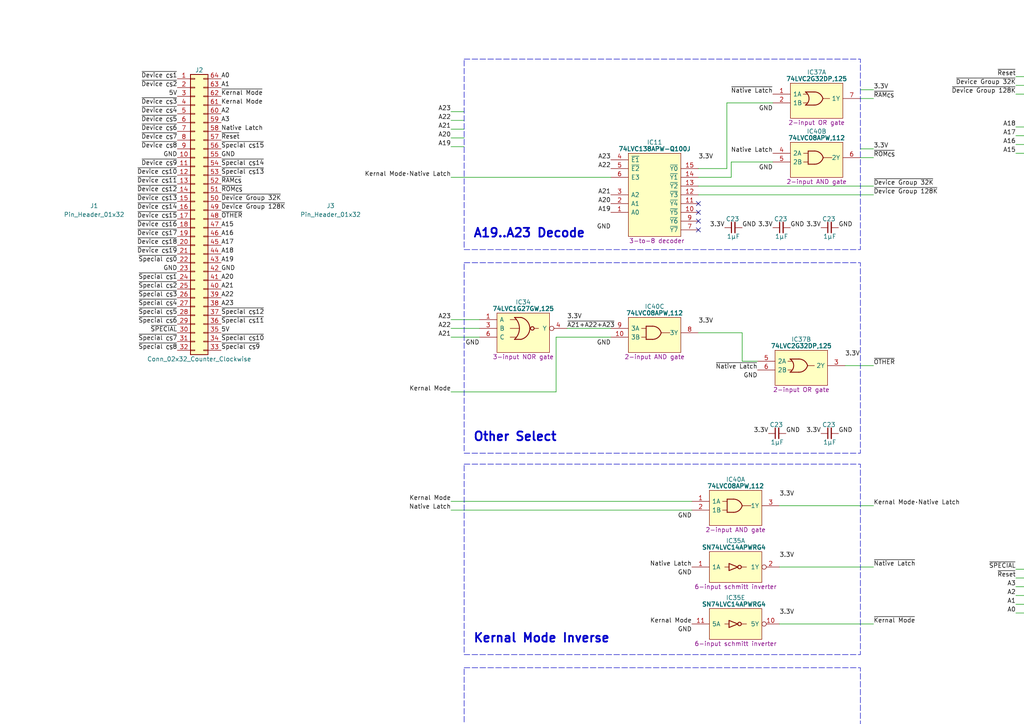
<source format=kicad_sch>
(kicad_sch (version 20230121) (generator eeschema)
  (paper "A4")
  (lib_symbols
    (symbol "Connector_Generic:Conn_02x32_Counter_Clockwise" (pin_names (offset 1.016) hide)
      (property "Reference" "J" (at 1.27 40.64 0))
      (property "Value" "Conn_02x32_Counter_Clockwise" (at 1.27 -43.18 0))
      (symbol "Conn_02x32_Counter_Clockwise_1_1"
        (pin passive line (at -5.08 38.1 0) (length 3.81) (name "Pin_1") (number "1"))
        (pin passive line (at -5.08 15.24 0) (length 3.81) (name "Pin_10") (number "10"))
        (pin passive line (at -5.08 12.7 0) (length 3.81) (name "Pin_11") (number "11"))
        (pin passive line (at -5.08 10.16 0) (length 3.81) (name "Pin_12") (number "12"))
        (pin passive line (at -5.08 7.62 0) (length 3.81) (name "Pin_13") (number "13"))
        (pin passive line (at -5.08 5.08 0) (length 3.81) (name "Pin_14") (number "14"))
        (pin passive line (at -5.08 2.54 0) (length 3.81) (name "Pin_15") (number "15"))
        (pin passive line (at -5.08 0 0) (length 3.81) (name "Pin_16") (number "16"))
        (pin passive line (at -5.08 -2.54 0) (length 3.81) (name "Pin_17") (number "17"))
        (pin passive line (at -5.08 -5.08 0) (length 3.81) (name "Pin_18") (number "18"))
        (pin passive line (at -5.08 -7.62 0) (length 3.81) (name "Pin_19") (number "19"))
        (pin passive line (at -5.08 35.56 0) (length 3.81) (name "Pin_2") (number "2"))
        (pin passive line (at -5.08 -10.16 0) (length 3.81) (name "Pin_20") (number "20"))
        (pin passive line (at -5.08 -12.7 0) (length 3.81) (name "Pin_21") (number "21"))
        (pin passive line (at -5.08 -15.24 0) (length 3.81) (name "Pin_22") (number "22"))
        (pin passive line (at -5.08 -17.78 0) (length 3.81) (name "Pin_23") (number "23"))
        (pin passive line (at -5.08 -20.32 0) (length 3.81) (name "Pin_24") (number "24"))
        (pin passive line (at -5.08 -22.86 0) (length 3.81) (name "Pin_25") (number "25"))
        (pin passive line (at -5.08 -25.4 0) (length 3.81) (name "Pin_26") (number "26"))
        (pin passive line (at -5.08 -27.94 0) (length 3.81) (name "Pin_27") (number "27"))
        (pin passive line (at -5.08 -30.48 0) (length 3.81) (name "Pin_28") (number "28"))
        (pin passive line (at -5.08 -33.02 0) (length 3.81) (name "Pin_29") (number "29"))
        (pin passive line (at -5.08 33.02 0) (length 3.81) (name "Pin_3") (number "3"))
        (pin passive line (at -5.08 -35.56 0) (length 3.81) (name "Pin_30") (number "30"))
        (pin passive line (at -5.08 -38.1 0) (length 3.81) (name "Pin_31") (number "31"))
        (pin passive line (at -5.08 -40.64 0) (length 3.81) (name "Pin_32") (number "32"))
        (pin passive line (at 7.62 -40.64 180) (length 3.81) (name "Pin_33") (number "33"))
        (pin passive line (at 7.62 -38.1 180) (length 3.81) (name "Pin_34") (number "34"))
        (pin passive line (at 7.62 -35.56 180) (length 3.81) (name "Pin_35") (number "35"))
        (pin passive line (at 7.62 -33.02 180) (length 3.81) (name "Pin_36") (number "36"))
        (pin passive line (at 7.62 -30.48 180) (length 3.81) (name "Pin_37") (number "37"))
        (pin passive line (at 7.62 -27.94 180) (length 3.81) (name "Pin_38") (number "38"))
        (pin passive line (at 7.62 -25.4 180) (length 3.81) (name "Pin_39") (number "39"))
        (pin passive line (at -5.08 30.48 0) (length 3.81) (name "Pin_4") (number "4"))
        (pin passive line (at 7.62 -22.86 180) (length 3.81) (name "Pin_40") (number "40"))
        (pin passive line (at 7.62 -20.32 180) (length 3.81) (name "Pin_41") (number "41"))
        (pin passive line (at 7.62 -17.78 180) (length 3.81) (name "Pin_42") (number "42"))
        (pin passive line (at 7.62 -15.24 180) (length 3.81) (name "Pin_43") (number "43"))
        (pin passive line (at 7.62 -12.7 180) (length 3.81) (name "Pin_44") (number "44"))
        (pin passive line (at 7.62 -10.16 180) (length 3.81) (name "Pin_45") (number "45"))
        (pin passive line (at 7.62 -7.62 180) (length 3.81) (name "Pin_46") (number "46"))
        (pin passive line (at 7.62 -5.08 180) (length 3.81) (name "Pin_47") (number "47"))
        (pin passive line (at 7.62 -2.54 180) (length 3.81) (name "Pin_48") (number "48"))
        (pin passive line (at 7.62 0 180) (length 3.81) (name "Pin_49") (number "49"))
        (pin passive line (at -5.08 27.94 0) (length 3.81) (name "Pin_5") (number "5"))
        (pin passive line (at 7.62 2.54 180) (length 3.81) (name "Pin_50") (number "50"))
        (pin passive line (at 7.62 5.08 180) (length 3.81) (name "Pin_51") (number "51"))
        (pin passive line (at 7.62 7.62 180) (length 3.81) (name "Pin_52") (number "52"))
        (pin passive line (at 7.62 10.16 180) (length 3.81) (name "Pin_53") (number "53"))
        (pin passive line (at 7.62 12.7 180) (length 3.81) (name "Pin_54") (number "54"))
        (pin passive line (at 7.62 15.24 180) (length 3.81) (name "Pin_55") (number "55"))
        (pin passive line (at 7.62 17.78 180) (length 3.81) (name "Pin_56") (number "56"))
        (pin passive line (at 7.62 20.32 180) (length 3.81) (name "Pin_57") (number "57"))
        (pin passive line (at 7.62 22.86 180) (length 3.81) (name "Pin_58") (number "58"))
        (pin passive line (at 7.62 25.4 180) (length 3.81) (name "Pin_59") (number "59"))
        (pin passive line (at -5.08 25.4 0) (length 3.81) (name "Pin_6") (number "6"))
        (pin passive line (at 7.62 27.94 180) (length 3.81) (name "Pin_60") (number "60"))
        (pin passive line (at 7.62 30.48 180) (length 3.81) (name "Pin_61") (number "61"))
        (pin passive line (at 7.62 33.02 180) (length 3.81) (name "Pin_62") (number "62"))
        (pin passive line (at 7.62 35.56 180) (length 3.81) (name "Pin_63") (number "63"))
        (pin passive line (at 7.62 38.1 180) (length 3.81) (name "Pin_64") (number "64"))
        (pin passive line (at -5.08 22.86 0) (length 3.81) (name "Pin_7") (number "7"))
        (pin passive line (at -5.08 20.32 0) (length 3.81) (name "Pin_8") (number "8"))
        (pin passive line (at -5.08 17.78 0) (length 3.81) (name "Pin_9") (number "9"))
      )
    )
    (symbol "Diodes_Inc:AP7365-33WG-7" (pin_names (offset 0.762))
      (property "Reference" "IC" (at 12.7 5.08 0))
      (property "Value" "AP7365-33WG-7" (at 12.7 3.175 0))
      (property "Description" "3.3V LDO voltage regulator" (at 12.7 -8.255 0))
      (symbol "AP7365-33WG-7_0_0"
        (pin passive line (at 0 0 0) (length 5.08) (name "VIN") (number "1"))
        (pin passive line (at 0 -5.08 0) (length 5.08) (name "GND") (number "2"))
        (pin input line (at 0 -2.54 0) (length 5.08) (name "EN") (number "3"))
        (pin passive line (at 25.4 -5.08 180) (length 5.08) (name "ADJ") (number "4"))
        (pin passive line (at 25.4 0 180) (length 5.08) (name "VOUT") (number "5"))
      )
    )
    (symbol "HCP65:C_0805" (pin_numbers hide) (pin_names (offset 0.254) hide)
      (property "Reference" "C" (at 2.286 2.54 0))
      (property "Value" "?μF" (at 2.54 -2.54 0))
      (symbol "C_0805_1_1"
        (pin passive line (at 0 0 0) (length 2.032) (name "~") (number "1"))
        (pin passive line (at 5.08 0 180) (length 2.032) (name "~") (number "2"))
      )
    )
    (symbol "HCP65:Pin_Header_01x32" (pin_names (offset 1.016) hide)
      (property "Reference" "J" (at 0 1.27 0))
      (property "Value" "Pin_Header_01x32" (at 0 -1.27 0))
    )
    (symbol "Nexperia:74LVC08APW,112_Multi" (pin_names (offset 0.762))
      (property "Reference" "IC" (at 12.7 6.35 0))
      (property "Value" "74LVC08APW,112" (at 12.7 4.445 0))
      (property "Description" "2-input AND gate" (at 12.7 -8.255 0))
      (symbol "74LVC08APW,112_Multi_0_0"
        (pin passive line (at 25.4 1.27 180) (length 5.08) hide (name "3V") (number "14"))
        (pin passive line (at 0 -5.08 0) (length 5.08) hide (name "GND") (number "7"))
      )
      (symbol "74LVC08APW,112_Multi_1_0"
        (pin input line (at 0 0 0) (length 5.08) (name "1A") (number "1"))
        (pin input line (at 0 -2.54 0) (length 5.08) (name "1B") (number "2"))
        (pin passive line (at 25.4 -1.27 180) (length 5.08) (name "1Y") (number "3"))
      )
      (symbol "74LVC08APW,112_Multi_2_0"
        (pin input line (at 0 0 0) (length 5.08) (name "2A") (number "4"))
        (pin input line (at 0 -2.54 0) (length 5.08) (name "2B") (number "5"))
        (pin output line (at 25.4 -1.27 180) (length 5.08) (name "2Y") (number "6"))
      )
      (symbol "74LVC08APW,112_Multi_3_0"
        (pin input line (at 0 -2.54 0) (length 5.08) (name "3B") (number "10"))
        (pin output line (at 25.4 -1.27 180) (length 5.08) (name "3Y") (number "8"))
        (pin input line (at 0 0 0) (length 5.08) (name "3A") (number "9"))
      )
      (symbol "74LVC08APW,112_Multi_4_0"
        (pin output line (at 25.4 -1.27 180) (length 5.08) (name "4Y") (number "11"))
        (pin input line (at 0 0 0) (length 5.08) (name "4A") (number "12"))
        (pin input line (at 0 -2.54 0) (length 5.08) (name "4B") (number "13"))
      )
    )
    (symbol "Nexperia:74LVC138APW-Q100J" (pin_names (offset 0.762))
      (property "Reference" "IC" (at 12.7 3.175 0))
      (property "Value" "74LVC138APW-Q100J" (at 12.7 1.27 0))
      (property "Description" "3-to-8 decoder" (at 13.335 -25.4 0))
      (symbol "74LVC138APW-Q100J_0_0"
        (pin input line (at 0 -17.145 0) (length 5.08) (name "A0") (number "1"))
        (pin output line (at 25.4 -17.145 180) (length 5.08) (name "~{Y5}") (number "10"))
        (pin output line (at 25.4 -14.605 180) (length 5.08) (name "~{Y4}") (number "11"))
        (pin output line (at 25.4 -12.065 180) (length 5.08) (name "~{Y3}") (number "12"))
        (pin output line (at 25.4 -9.525 180) (length 5.08) (name "~{Y2}") (number "13"))
        (pin output line (at 25.4 -6.985 180) (length 5.08) (name "~{Y1}") (number "14"))
        (pin output line (at 25.4 -4.445 180) (length 5.08) (name "~{Y0}") (number "15"))
        (pin passive line (at 25.4 -1.905 180) (length 5.08) hide (name "3V") (number "16"))
        (pin input line (at 0 -14.605 0) (length 5.08) (name "A1") (number "2"))
        (pin input line (at 0 -12.065 0) (length 5.08) (name "A2") (number "3"))
        (pin input line (at 0 -1.905 0) (length 5.08) (name "~{E1}") (number "4"))
        (pin input line (at 0 -4.445 0) (length 5.08) (name "~{E2}") (number "5"))
        (pin input line (at 0 -6.985 0) (length 5.08) (name "E3") (number "6"))
        (pin output line (at 25.4 -22.225 180) (length 5.08) (name "~{Y7}") (number "7"))
        (pin passive line (at 0 -22.225 0) (length 5.08) hide (name "GND") (number "8"))
        (pin output line (at 25.4 -19.685 180) (length 5.08) (name "~{Y6}") (number "9"))
      )
    )
    (symbol "Nexperia:74LVC1G27GW,125" (pin_names (offset 0.762))
      (property "Reference" "IC" (at 12.7 5.08 0))
      (property "Value" "74LVC1G27GW,125" (at 12.7 3.175 0))
      (property "Description" "3-input NOR gate" (at 12.7 -10.795 0))
      (symbol "74LVC1G27GW,125_0_0"
        (pin input line (at 0 0 0) (length 5.08) (name "A") (number "1"))
        (pin passive line (at 0 -7.62 0) (length 5.08) hide (name "GND") (number "2"))
        (pin input line (at 0 -2.54 0) (length 5.08) (name "B") (number "3"))
        (pin passive line (at 25.4 0 180) (length 5.08) hide (name "3V") (number "5"))
        (pin input line (at 0 -5.08 0) (length 5.08) (name "C") (number "6"))
      )
      (symbol "74LVC1G27GW,125_1_0"
        (pin output inverted (at 25.4 -2.54 180) (length 5.08) (name "Y") (number "4"))
      )
    )
    (symbol "Nexperia:74LVC2G32DP,125_Multi" (pin_names (offset 0.762))
      (property "Reference" "IC" (at 12.7 6.35 0))
      (property "Value" "74LVC2G32DP,125" (at 12.7 4.445 0))
      (property "Description" "2-input OR gate" (at 12.7 -8.255 0))
      (symbol "74LVC2G32DP,125_Multi_0_0"
        (pin passive line (at 0 -5.08 0) (length 5.08) hide (name "GND") (number "4"))
        (pin passive line (at 25.4 1.27 180) (length 5.08) hide (name "VCC") (number "8"))
      )
      (symbol "74LVC2G32DP,125_Multi_1_0"
        (pin input line (at 0 0 0) (length 5.08) (name "1A") (number "1"))
        (pin input line (at 0 -2.54 0) (length 5.08) (name "1B") (number "2"))
        (pin output line (at 25.4 -1.27 180) (length 5.08) (name "1Y") (number "7"))
      )
      (symbol "74LVC2G32DP,125_Multi_2_0"
        (pin output line (at 25.4 -1.27 180) (length 5.08) (name "2Y") (number "3"))
        (pin input line (at 0 0 0) (length 5.08) (name "2A") (number "5"))
        (pin input line (at 0 -2.54 0) (length 5.08) (name "2B") (number "6"))
      )
    )
    (symbol "Texas_Instruments:SN74LVC14APWRG4 _Multi" (pin_names (offset 0.762))
      (property "Reference" "IC" (at 12.7 7.62 0))
      (property "Value" "SN74LVC14APWRG4 " (at 12.7 5.715 0))
      (property "Description" "6-input schmitt inverter" (at 12.7 -5.715 0))
      (symbol "SN74LVC14APWRG4 _Multi_0_0"
        (pin passive line (at 25.4 2.54 180) (length 5.08) hide (name "3V") (number "14"))
        (pin passive line (at 0 -2.54 0) (length 5.08) hide (name "GND") (number "7"))
      )
      (symbol "SN74LVC14APWRG4 _Multi_1_0"
        (pin input line (at 0 0 0) (length 5.08) (name "1A") (number "1"))
        (pin output inverted (at 25.4 0 180) (length 5.08) (name "1Y") (number "2"))
      )
      (symbol "SN74LVC14APWRG4 _Multi_2_0"
        (pin input line (at 0 0 0) (length 5.08) (name "2A") (number "3"))
        (pin output inverted (at 25.4 0 180) (length 5.08) (name "2Y") (number "4"))
      )
      (symbol "SN74LVC14APWRG4 _Multi_3_0"
        (pin input line (at 0 0 0) (length 5.08) (name "3A") (number "5"))
        (pin output inverted (at 25.4 0 180) (length 5.08) (name "3Y") (number "6"))
      )
      (symbol "SN74LVC14APWRG4 _Multi_4_0"
        (pin output inverted (at 25.4 0 180) (length 5.08) (name "4Y") (number "8"))
        (pin input line (at 0 0 0) (length 5.08) (name "4A") (number "9"))
      )
      (symbol "SN74LVC14APWRG4 _Multi_5_0"
        (pin output inverted (at 25.4 0 180) (length 5.08) (name "5Y") (number "10"))
        (pin input line (at 0 0 0) (length 5.08) (name "5A") (number "11"))
      )
      (symbol "SN74LVC14APWRG4 _Multi_6_0"
        (pin output inverted (at 25.4 0 180) (length 5.08) (name "6Y") (number "12"))
        (pin input line (at 0 0 0) (length 5.08) (name "6A") (number "13"))
      )
    )
  )
  (junction (at 210.185 217.17))
  (junction (at 180.975 217.17))
  (no_connect (at 202.565 61.595))
  (no_connect (at 202.565 66.675))
  (no_connect (at 298.45 170.18))
  (no_connect (at 532.13 52.07))
  (no_connect (at 206.375 222.25))
  (no_connect (at 387.35 106.68))
  (no_connect (at 494.665 35.56))
  (no_connect (at 387.35 111.76))
  (no_connect (at 387.35 109.22))
  (no_connect (at 202.565 64.135))
  (no_connect (at 387.35 114.3))
  (no_connect (at 202.565 59.055))
  (no_connect (at 532.13 36.195))
  (wire (pts (xy 253.365 106.045) (xy 245.11 106.045)))
  (wire (pts (xy 417.195 46.99) (xy 387.35 46.99)))
  (wire (pts (xy 210.82 29.845) (xy 210.82 48.895)))
  (wire (pts (xy 417.195 177.8) (xy 386.715 177.8)))
  (wire (pts (xy 294.64 172.72) (xy 361.315 172.72)))
  (wire (pts (xy 337.185 64.135) (xy 361.95 64.135)))
  (wire (pts (xy 253.365 146.685) (xy 226.06 146.685)))
  (wire (pts (xy 210.82 48.895) (xy 202.565 48.895)))
  (wire (pts (xy 417.195 71.755) (xy 387.35 71.755)))
  (wire (pts (xy 294.64 24.765) (xy 298.45 24.765)))
  (wire (pts (xy 417.195 208.28) (xy 386.715 208.28)))
  (wire (pts (xy 417.195 49.53) (xy 387.35 49.53)))
  (wire (pts (xy 215.265 104.775) (xy 219.71 104.775)))
  (wire (pts (xy 215.265 96.52) (xy 215.265 104.775)))
  (wire (pts (xy 253.365 26.035) (xy 249.555 26.035)))
  (wire (pts (xy 417.195 76.835) (xy 387.35 76.835)))
  (wire (pts (xy 417.195 96.52) (xy 387.35 96.52)))
  (wire (pts (xy 212.09 51.435) (xy 212.09 46.99)))
  (wire (pts (xy 130.81 40.005) (xy 134.62 40.005)))
  (wire (pts (xy 417.195 167.64) (xy 386.715 167.64)))
  (wire (pts (xy 417.195 203.2) (xy 386.715 203.2)))
  (wire (pts (xy 210.185 217.17) (xy 215.265 217.17)))
  (wire (pts (xy 417.195 182.88) (xy 386.715 182.88)))
  (wire (pts (xy 417.195 79.375) (xy 387.35 79.375)))
  (wire (pts (xy 253.365 28.575) (xy 249.555 28.575)))
  (wire (pts (xy 417.195 36.83) (xy 387.35 36.83)))
  (wire (pts (xy 336.55 198.12) (xy 361.315 198.12)))
  (wire (pts (xy 226.06 180.975) (xy 253.365 180.975)))
  (wire (pts (xy 294.64 44.45) (xy 361.95 44.45)))
  (wire (pts (xy 417.195 205.74) (xy 386.715 205.74)))
  (wire (pts (xy 417.195 175.26) (xy 386.715 175.26)))
  (wire (pts (xy 332.74 165.1) (xy 332.74 162.56)))
  (wire (pts (xy 294.64 36.83) (xy 298.45 36.83)))
  (wire (pts (xy 212.09 46.99) (xy 224.155 46.99)))
  (wire (pts (xy 294.64 165.1) (xy 332.74 165.1)))
  (wire (pts (xy 294.64 22.225) (xy 298.45 22.225)))
  (wire (pts (xy 417.195 213.36) (xy 386.715 213.36)))
  (wire (pts (xy 130.81 113.665) (xy 161.29 113.665)))
  (wire (pts (xy 417.195 74.295) (xy 387.35 74.295)))
  (wire (pts (xy 294.64 167.64) (xy 361.315 167.64)))
  (wire (pts (xy 294.64 41.91) (xy 361.95 41.91)))
  (wire (pts (xy 417.195 44.45) (xy 387.35 44.45)))
  (wire (pts (xy 253.365 56.515) (xy 202.565 56.515)))
  (wire (pts (xy 210.185 222.25) (xy 210.185 217.17)))
  (wire (pts (xy 417.195 41.91) (xy 387.35 41.91)))
  (wire (pts (xy 253.365 53.975) (xy 202.565 53.975)))
  (wire (pts (xy 130.81 42.545) (xy 134.62 42.545)))
  (wire (pts (xy 417.195 215.9) (xy 386.715 215.9)))
  (wire (pts (xy 130.81 95.25) (xy 139.065 95.25)))
  (wire (pts (xy 130.81 97.79) (xy 139.065 97.79)))
  (wire (pts (xy 294.64 177.8) (xy 361.315 177.8)))
  (wire (pts (xy 417.195 210.82) (xy 386.715 210.82)))
  (wire (pts (xy 294.64 170.18) (xy 298.45 170.18)))
  (wire (pts (xy 130.81 34.925) (xy 134.62 34.925)))
  (wire (pts (xy 130.81 37.465) (xy 134.62 37.465)))
  (wire (pts (xy 164.465 95.25) (xy 177.165 95.25)))
  (wire (pts (xy 130.81 145.415) (xy 200.66 145.415)))
  (wire (pts (xy 417.195 198.12) (xy 386.715 198.12)))
  (wire (pts (xy 332.74 162.56) (xy 361.315 162.56)))
  (wire (pts (xy 417.195 200.66) (xy 386.715 200.66)))
  (wire (pts (xy 417.195 64.135) (xy 387.35 64.135)))
  (wire (pts (xy 130.81 32.385) (xy 134.62 32.385)))
  (wire (pts (xy 417.195 31.75) (xy 387.35 31.75)))
  (wire (pts (xy 417.195 104.14) (xy 387.35 104.14)))
  (wire (pts (xy 161.29 113.665) (xy 161.29 97.79)))
  (wire (pts (xy 417.195 39.37) (xy 387.35 39.37)))
  (wire (pts (xy 294.64 27.305) (xy 298.45 27.305)))
  (wire (pts (xy 253.365 43.18) (xy 249.555 43.18)))
  (wire (pts (xy 224.155 29.845) (xy 210.82 29.845)))
  (wire (pts (xy 130.81 147.955) (xy 200.66 147.955)))
  (wire (pts (xy 165.735 217.17) (xy 165.735 222.25)))
  (wire (pts (xy 180.975 217.17) (xy 180.975 219.71)))
  (wire (pts (xy 417.195 66.675) (xy 387.35 66.675)))
  (wire (pts (xy 206.375 217.17) (xy 210.185 217.17)))
  (wire (pts (xy 417.195 172.72) (xy 386.715 172.72)))
  (wire (pts (xy 165.735 217.17) (xy 180.975 217.17)))
  (wire (pts (xy 417.195 81.915) (xy 387.35 81.915)))
  (wire (pts (xy 417.195 34.29) (xy 387.35 34.29)))
  (wire (pts (xy 130.81 92.71) (xy 139.065 92.71)))
  (wire (pts (xy 202.565 51.435) (xy 212.09 51.435)))
  (wire (pts (xy 417.195 180.34) (xy 386.715 180.34)))
  (wire (pts (xy 253.365 45.72) (xy 249.555 45.72)))
  (wire (pts (xy 417.195 101.6) (xy 387.35 101.6)))
  (wire (pts (xy 161.29 97.79) (xy 177.165 97.79)))
  (wire (pts (xy 165.735 222.25) (xy 167.005 222.25)))
  (wire (pts (xy 226.06 164.465) (xy 253.365 164.465)))
  (wire (pts (xy 417.195 165.1) (xy 386.715 165.1)))
  (wire (pts (xy 417.195 69.215) (xy 387.35 69.215)))
  (wire (pts (xy 294.64 39.37) (xy 361.95 39.37)))
  (wire (pts (xy 417.195 99.06) (xy 387.35 99.06)))
  (wire (pts (xy 130.81 51.435) (xy 177.165 51.435)))
  (wire (pts (xy 202.565 96.52) (xy 215.265 96.52)))
  (wire (pts (xy 294.64 175.26) (xy 361.315 175.26)))
  (wire (pts (xy 417.195 170.18) (xy 386.715 170.18)))
  (rectangle (start 134.62 76.2) (end 249.555 131.445) (stroke (width 0) (type dash)))
  (rectangle (start 459.105 17.145) (end 574.04 72.39) (stroke (width 0) (type dash)))
  (rectangle (start 134.62 134.62) (end 249.555 189.865) (stroke (width 0) (type dash)))
  (rectangle (start 298.45 134.62) (end 413.385 248.92) (stroke (width 0) (type dash)))
  (rectangle (start 134.62 17.145) (end 249.555 72.39) (stroke (width 0) (type dash)))
  (rectangle (start 298.45 17.145) (end 413.385 131.445) (stroke (width 0) (type dash)))
  (rectangle (start 134.62 193.675) (end 249.555 248.92) (stroke (width 0) (type dash)))
  (text "Spares" (at 461.645 69.215 0) (effects (font (size 2.54 2.54) (thickness 0.508) bold) (justify left bottom)))
  (text "A19..A23 Decode" (at 137.16 69.215 0) (effects (font (size 2.54 2.54) (thickness 0.508) bold) (justify left bottom)))
  (text "Device Select" (at 300.355 130.175 0) (effects (font (size 2.54 2.54) (thickness 0.508) bold) (justify left bottom)))
  (text "Special Address Select" (at 300.355 247.65 0) (effects (font (size 2.54 2.54) (thickness 0.508) bold) (justify left bottom)))
  (text "Kernal Mode Inverse" (at 137.16 186.69 0) (effects (font (size 2.54 2.54) (thickness 0.508) bold) (justify left bottom)))
  (text "Power" (at 137.16 245.745 0) (effects (font (size 2.54 2.54) (thickness 0.508) bold) (justify left bottom)))
  (text "Other Select" (at 137.16 128.27 0) (effects (font (size 2.54 2.54) (thickness 0.508) bold) (justify left bottom)))
  (label "A15" (at 361.95 76.835 180))
  (label "~{Device _{CS}17}" (at 51.435 68.58 180))
  (label "GND" (at 177.165 66.675 180))
  (label "~{Device _{CS}10}" (at 417.195 69.215 0))
  (label "3.3V" (at 532.13 49.53 0))
  (label "A1" (at 64.135 25.4 0))
  (label "~{Device Group 128K}" (at 64.135 60.96 0))
  (label "~{Special _{CS}1}" (at 51.435 81.28 180))
  (label "~{Special _{CS}15}" (at 64.135 43.18 0))
  (label "3.3V" (at 238.125 125.73 180))
  (label "~{Special _{CS}9}" (at 417.195 200.66 0))
  (label "3.3V" (at 164.465 92.71 0))
  (label "3.3V" (at 386.715 162.56 0))
  (label "~{Device Group 32K}" (at 361.95 29.21 180))
  (label "~{ROM_{CS}}" (at 64.135 55.88 0))
  (label "~{Special _{CS}8}" (at 51.435 101.6 180))
  (label "GND" (at 506.73 53.34 180))
  (label "GND" (at 215.265 66.04 0))
  (label "~{Special _{CS}5}" (at 51.435 91.44 180))
  (label "GND" (at 506.73 36.195 180))
  (label "GND" (at 390.525 125.73 0))
  (label "A20" (at 130.81 40.005 180))
  (label "~{Device _{CS}9}" (at 51.435 48.26 180))
  (label "~{Device _{CS}4}" (at 417.195 41.91 0))
  (label "GND" (at 219.71 109.855 180))
  (label "3.3V" (at 202.565 93.98 0))
  (label "GND" (at 180.975 222.25 180))
  (label "A17" (at 294.64 39.37 180))
  (label "3.3V" (at 224.155 66.04 180))
  (label "~{Special _{CS}0}" (at 417.195 165.1 0))
  (label "GND" (at 361.315 215.9 180))
  (label "3.3V" (at 401.955 243.205 180))
  (label "GND" (at 361.95 49.53 180))
  (label "~{Device Group 32K}" (at 361.95 61.595 180))
  (label "~{Device _{CS}14}" (at 417.195 79.375 0))
  (label "~{SPECIAL}" (at 417.195 31.75 0))
  (label "Kernal Mode" (at 130.81 113.665 180))
  (label "~{RAM_{CS}}" (at 64.135 53.34 0))
  (label "3.3V" (at 494.665 33.02 0))
  (label "A22" (at 130.81 95.25 180))
  (label "~{Device _{CS}9}" (at 417.195 66.675 0))
  (label "3.3V" (at 387.35 93.98 0))
  (label "~{Device Group 128K}" (at 294.64 27.305 180))
  (label "~{Device _{CS}12}" (at 417.195 74.295 0))
  (label "~{Special _{CS}3}" (at 417.195 172.72 0))
  (label "~{Device _{CS}7}" (at 51.435 40.64 180))
  (label "A22" (at 64.135 86.36 0))
  (label "GND" (at 200.66 167.005 180))
  (label "GND" (at 215.265 222.25 0))
  (label "~{Device _{CS}3}" (at 51.435 30.48 180))
  (label "A18" (at 361.95 106.68 180))
  (label "~{Special _{CS}3}" (at 51.435 86.36 180))
  (label "~{Device _{CS}1}" (at 51.435 22.86 180))
  (label "~{Special _{CS}6}" (at 51.435 93.98 180))
  (label "GND" (at 224.155 49.53 180))
  (label "~{Device _{CS}19}" (at 417.195 104.14 0))
  (label "~{Special _{CS}13}" (at 417.195 210.82 0))
  (label "~{Special _{CS}2}" (at 417.195 170.18 0))
  (label "3.3V" (at 253.365 26.035 0))
  (label "Kernal Mode·Native Latch" (at 253.365 146.685 0))
  (label "A17" (at 64.135 71.12 0))
  (label "Native Latch" (at 130.81 147.955 180))
  (label "~{Device _{CS}2}" (at 417.195 36.83 0))
  (label "~{Device Group 128K}" (at 253.365 56.515 0))
  (label "~{Special _{CS}6}" (at 417.195 180.34 0))
  (label "A3" (at 294.64 170.18 180))
  (label "~{Reset}" (at 361.95 99.06 180))
  (label "3.3V" (at 253.365 43.18 0))
  (label "A18" (at 361.95 31.75 180))
  (label "A16" (at 294.64 41.91 180))
  (label "~{SPECIAL}" (at 294.64 165.1 180))
  (label "GND" (at 139.065 100.33 180))
  (label "A23" (at 177.165 46.355 180))
  (label "Kernal Mode" (at 130.81 145.415 180))
  (label "~{Special _{CS}11}" (at 64.135 93.98 0))
  (label "~{Special _{CS}0}" (at 51.435 76.2 180))
  (label "GND" (at 229.235 66.04 0))
  (label "~{Device _{CS}15}" (at 51.435 63.5 180))
  (label "~{Reset}" (at 311.785 64.135 180))
  (label "~{Device _{CS}13}" (at 51.435 58.42 180))
  (label "~{Special _{CS}2}" (at 51.435 83.82 180))
  (label "~{Special _{CS}5}" (at 417.195 177.8 0))
  (label "Native Latch" (at 200.66 164.465 180))
  (label "A21" (at 64.135 83.82 0))
  (label "GND" (at 311.785 66.675 180))
  (label "3.3V" (at 226.06 178.435 0))
  (label "Native Latch" (at 224.155 44.45 180))
  (label "Kernal Mode" (at 200.66 180.975 180))
  (label "A16" (at 64.135 68.58 0))
  (label "GND" (at 361.95 81.915 180))
  (label "A18" (at 64.135 73.66 0))
  (label "A22" (at 177.165 48.895 180))
  (label "GND" (at 243.205 125.73 0))
  (label "3.3V" (at 226.06 161.925 0))
  (label "~{Reset}" (at 294.64 22.225 180))
  (label "~{Reset}" (at 64.135 40.64 0))
  (label "A19" (at 64.135 76.2 0))
  (label "~{Native Latch}" (at 253.365 164.465 0))
  (label "GND" (at 361.95 114.3 180))
  (label "~{Special _{CS}7}" (at 417.195 182.88 0))
  (label "3.3V" (at 215.265 217.17 0))
  (label "A15" (at 294.64 44.45 180))
  (label "~{Special _{CS}1}" (at 417.195 167.64 0))
  (label "A19" (at 130.81 42.545 180))
  (label "~{Reset}" (at 294.64 167.64 180))
  (label "GND" (at 64.135 78.74 0))
  (label "~{Special _{CS}10}" (at 64.135 99.06 0))
  (label "~{Device _{CS}16}" (at 417.195 96.52 0))
  (label "A17" (at 361.95 71.755 180))
  (label "A23" (at 64.135 88.9 0))
  (label "~{Special _{CS}4}" (at 51.435 88.9 180))
  (label "A2" (at 294.64 172.72 180))
  (label "~{A21+A22+A23}" (at 164.465 95.25 0))
  (label "~{Device Group 32K}" (at 294.64 24.765 180))
  (label "~{RAM_{CS}}" (at 253.365 28.575 0))
  (label "~{Special _{CS}14}" (at 64.135 48.26 0))
  (label "~{Device _{CS}5}" (at 417.195 44.45 0))
  (label "~{OTHER}" (at 64.135 63.5 0))
  (label "~{Device Group 128K}" (at 361.95 93.98 180))
  (label "3.3V" (at 337.185 61.595 0))
  (label "~{Device _{CS}1}" (at 417.195 34.29 0))
  (label "A19" (at 177.165 61.595 180))
  (label "3.3V" (at 202.565 46.355 0))
  (label "3.3V" (at 336.55 195.58 0))
  (label "~{SPECIAL}" (at 361.315 195.58 180))
  (label "~{Device _{CS}19}" (at 51.435 73.66 180))
  (label "A3" (at 64.135 35.56 0))
  (label "Kernal Mode·Native Latch" (at 130.81 51.435 180))
  (label "A18" (at 361.95 66.675 180))
  (label "3.3V" (at 226.06 144.145 0))
  (label "A18" (at 294.64 36.83 180))
  (label "~{Device _{CS}3}" (at 417.195 39.37 0))
  (label "~{Reset}" (at 361.315 200.66 180))
  (label "A3" (at 311.15 198.12 180))
  (label "A17" (at 361.95 109.22 180))
  (label "~{Special _{CS}7}" (at 51.435 99.06 180))
  (label "~{Device _{CS}11}" (at 417.195 71.755 0))
  (label "~{Device _{CS}8}" (at 51.435 43.18 180))
  (label "GND" (at 506.73 55.88 180))
  (label "A2" (at 64.135 33.02 0))
  (label "~{Reset}" (at 361.95 34.29 180))
  (label "~{Device _{CS}18}" (at 417.195 101.6 0))
  (label "~{Device _{CS}17}" (at 417.195 99.06 0))
  (label "A3" (at 361.315 165.1 180))
  (label "~{Native Latch}" (at 219.71 107.315 180))
  (label "~{OTHER}" (at 253.365 106.045 0))
  (label "3.3V" (at 385.445 125.73 180))
  (label "~{Device _{CS}7}" (at 417.195 49.53 0))
  (label "GND" (at 51.435 45.72 180))
  (label "GND" (at 172.085 222.25 0))
  (label "GND" (at 227.965 125.73 0))
  (label "5V" (at 51.435 27.94 180))
  (label "GND" (at 64.135 45.72 0))
  (label "~{Device _{CS}10}" (at 51.435 50.8 180))
  (label "~{Device _{CS}14}" (at 51.435 60.96 180))
  (label "GND" (at 391.795 243.205 0))
  (label "3.3V" (at 245.11 103.505 0))
  (label "3.3V" (at 210.185 66.04 180))
  (label "A16" (at 361.95 74.295 180))
  (label "GND" (at 224.155 32.385 180))
  (label "3.3V" (at 238.125 66.04 180))
  (label "3.3V" (at 387.35 61.595 0))
  (label "A21" (at 130.81 37.465 180))
  (label "GND" (at 506.73 38.735 180))
  (label "GND" (at 51.435 78.74 180))
  (label "5V" (at 64.135 96.52 0))
  (label "~{Device _{CS}2}" (at 51.435 25.4 180))
  (label "~{Device _{CS}4}" (at 51.435 33.02 180))
  (label "GND" (at 469.265 38.1 180))
  (label "A20" (at 177.165 59.055 180))
  (label "GND" (at 177.165 100.33 180))
  (label "GND" (at 506.73 50.8 180))
  (label "~{Device _{CS}18}" (at 51.435 71.12 180))
  (label "~{Special _{CS}13}" (at 64.135 50.8 0))
  (label "~{Kernal Mode}" (at 253.365 180.975 0))
  (label "~{Device _{CS}8}" (at 417.195 64.135 0))
  (label "A15" (at 64.135 66.04 0))
  (label "~{Special _{CS}11}" (at 417.195 205.74 0))
  (label "~{Special _{CS}15}" (at 417.195 215.9 0))
  (label "3.3V" (at 222.885 125.73 180))
  (label "5V" (at 165.735 217.17 180))
  (label "A0" (at 361.315 210.82 180))
  (label "~{Device Group 32K}" (at 253.365 53.975 0))
  (label "GND" (at 361.315 182.88 180))
  (label "A23" (at 130.81 32.385 180))
  (label "~{Device _{CS}12}" (at 51.435 55.88 180))
  (label "~{Native Latch}" (at 224.155 27.305 180))
  (label "~{ROM_{CS}}" (at 253.365 45.72 0))
  (label "~{Device Group 32K}" (at 64.135 58.42 0))
  (label "A1" (at 294.64 175.26 180))
  (label "~{Kernal Mode}" (at 64.135 27.94 0))
  (label "~{SPECIAL}" (at 51.435 96.52 180))
  (label "~{Special _{CS}4}" (at 417.195 175.26 0))
  (label "~{Device _{CS}11}" (at 51.435 53.34 180))
  (label "GND" (at 361.95 96.52 180))
  (label "~{Special _{CS}10}" (at 417.195 203.2 0))
  (label "3.3V" (at 369.57 125.73 180))
  (label "~{Special _{CS}8}" (at 417.195 198.12 0))
  (label "~{Special _{CS}9}" (at 64.135 101.6 0))
  (label "~{Special _{CS}14}" (at 417.195 213.36 0))
  (label "Kernal Mode" (at 64.135 30.48 0))
  (label "A21" (at 130.81 97.79 180))
  (label "3.3V" (at 386.715 195.58 0))
  (label "3.3V" (at 401.32 125.73 180))
  (label "A2" (at 361.315 205.74 180))
  (label "A0" (at 64.135 22.86 0))
  (label "GND" (at 361.95 104.14 180))
  (label "~{Device _{CS}15}" (at 417.195 81.915 0))
  (label "3.3V" (at 532.13 33.655 0))
  (label "~{Device _{CS}5}" (at 51.435 35.56 180))
  (label "Native Latch" (at 64.135 38.1 0))
  (label "GND" (at 200.66 150.495 180))
  (label "~{Device _{CS}13}" (at 417.195 76.835 0))
  (label "~{Device _{CS}6}" (at 51.435 38.1 180))
  (label "A0" (at 294.64 177.8 180))
  (label "A1" (at 361.315 208.28 180))
  (label "~{Special _{CS}12}" (at 64.135 91.44 0))
  (label "GND" (at 469.265 35.56 180))
  (label "A22" (at 130.81 34.925 180))
  (label "A23" (at 130.81 92.71 180))
  (label "~{Device _{CS}6}" (at 417.195 46.99 0))
  (label "~{Special _{CS}12}" (at 417.195 208.28 0))
  (label "A20" (at 64.135 81.28 0))
  (label "GND" (at 311.15 200.66 180))
  (label "A21" (at 177.165 56.515 180))
  (label "GND" (at 243.205 66.04 0))
  (label "GND" (at 200.66 183.515 180))
  (label "~{Device _{CS}16}" (at 51.435 66.04 180))
  (label "3.3V" (at 386.715 243.205 180))
  (label "GND" (at 374.65 125.73 0))
  (label "GND" (at 407.035 243.205 0))
  (label "GND" (at 406.4 125.73 0))
  (label "3.3V" (at 387.35 29.21 0))
  (symbol (lib_id "HCP65:C_0805") (at 369.57 125.73 0) (unit 1)
    (property "Reference" "C23" (at 371.856 123.19 0))
    (property "Value" "1μF" (at 372.11 128.27 0))
    (property "Footprint" "SamacSys_Parts:C_0805" (effects hide))
    (instances (project "Pico Sound" (path "" (reference "C23") (unit 1))) (project "HCP65 MPU Address Decode" (path "" (reference "C1") (unit 1)) (path "" (reference "C36") (unit 1))))
  )
  (symbol (lib_id "Texas_Instruments:SN74LVC14APWRG4 _Multi") (at 200.66 180.975 0) (unit 5)
    (property "Reference" "IC35" (at 213.36 173.355 0))
    (property "Value" "SN74LVC14APWRG4 " (at 213.36 175.26 0) (effects (font bold)))
    (property "Footprint" "SOP65P640X110-14N" (effects hide))
    (property "Datasheet" "https://www.ti.com/lit/ds/symlink/sn54lvc14a-sp.pdf?HQS=dis-mous-null-mousermode-dsf-pf-null-wwe&ts=1698388139196&ref_url=https%253A%252F%252Fwww.mouser.de%252F" (effects hide))
    (property "Description" "6-input schmitt inverter" (at 213.36 186.69 0))
    (property "Height" "1.1" (effects hide))
    (property "Manufacturer_Name" "Nexperia" (effects hide))
    (property "Manufacturer_Part_Number" "SN74LVC14APWRG4 " (effects hide))
    (property "Mouser Part Number" "SN74LVC14APWRG4 " (effects hide))
    (property "Mouser Price/Stock" "https://www.mouser.co.uk/ProductDetail/Nexperia/74LVC04APW118?qs=me8TqzrmIYUA5zXidd9%2F4g%3D%3D" (effects hide))
    (property "Silkscreen" "74LVC14" (effects hide))
  )
  (symbol (lib_id "HCP65:C_0805") (at 210.185 66.04 0) (unit 1)
    (property "Reference" "C23" (at 212.471 63.5 0))
    (property "Value" "1μF" (at 212.725 68.58 0))
    (property "Footprint" "SamacSys_Parts:C_0805" (effects hide))
    (instances (project "Pico Sound" (path "" (reference "C23") (unit 1))) (project "HCP65 MPU Address Decode" (path "" (reference "C1") (unit 1)) (path "" (reference "C31") (unit 1))))
  )
  (symbol (lib_id "Nexperia:74LVC08APW,112_Multi") (at 506.73 50.8 0) (unit 4)
    (property "Reference" "IC40" (at 519.43 44.45 0))
    (property "Value" "74LVC08APW,112" (at 519.43 46.355 0) (effects (font bold)))
    (property "Footprint" "SOP65P640X110-14N" (effects hide))
    (property "Datasheet" "https://assets.nexperia.com/documents/data-sheet/74LVC08A.pdf" (effects hide))
    (property "Description" "2-input AND gate" (at 519.43 59.055 0))
    (property "Height" "1.1" (effects hide))
    (property "Manufacturer_Name" "Nexperia" (effects hide))
    (property "Manufacturer_Part_Number" "74LVC08APW,112" (effects hide))
    (property "Mouser Part Number" "771-74LVC08APW" (effects hide))
    (property "Mouser Price/Stock" "https://www.mouser.com/Search/Refine.aspx?Keyword=771-74LVC08APW" (effects hide))
    (property "Silkscreen" "74LVC08" (effects hide))
  )
  (symbol (lib_id "Nexperia:74LVC138APW-Q100J") (at 361.95 27.305 0) (unit 1)
    (property "Reference" "IC16" (at 374.65 24.13 0))
    (property "Value" "74LVC138APW-Q100J" (at 374.65 26.035 0) (effects (font bold)))
    (property "Footprint" "SOP65P640X110-16N" (effects hide))
    (property "Datasheet" "https://assets.nexperia.com/documents/data-sheet/74LVC138A_Q100.pdf" (effects hide))
    (property "Description" "3-to-8 decoder" (at 375.285 52.705 0))
    (property "Height" "1.1" (effects hide))
    (property "Mouser Part Number" "771-74LVC138APWQ100J" (effects hide))
    (property "Mouser Price/Stock" "https://www.mouser.co.uk/ProductDetail/Nexperia/74LVC138APW-Q100J?qs=fi7yB2oewZnXKE82xo%252BhJQ%3D%3D" (effects hide))
    (property "Manufacturer_Name" "Nexperia" (effects hide))
    (property "Manufacturer_Part_Number" "74LVC138APW-Q100J" (effects hide))
    (property "Silkscreen" "74LVC138" (effects hide))
  )
  (symbol (lib_id "Nexperia:74LVC1G27GW,125") (at 139.065 92.71 0) (unit 1)
    (property "Reference" "IC34" (at 151.765 87.63 0))
    (property "Value" "74LVC1G27GW,125" (at 151.765 89.535 0) (effects (font bold)))
    (property "Footprint" "SOP65P210X110-6N" (effects hide))
    (property "Datasheet" "https://assets.nexperia.com/documents/data-sheet/74LVC1G27.pdf" (effects hide))
    (property "Description" "3-input NOR gate" (at 151.765 103.505 0))
    (property "Height" "1.1" (effects hide))
    (property "Mouser Part Number" "771-74LVC1G27GW125" (effects hide))
    (property "Mouser Price/Stock" "https://www.mouser.co.uk/ProductDetail/Nexperia/74LVC1G27GW125?qs=NQoTdinTi9Fjyw3yj%2FzFLA%3D%3D" (effects hide))
    (property "Manufacturer_Name" "Nexperia" (effects hide))
    (property "Manufacturer_Part_Number" "74LVC1G27GW,125" (effects hide))
    (property "Silkscreen" "'1G27" (effects hide))
  )
  (symbol (lib_id "HCP65:C_0805") (at 167.005 222.25 0) (unit 1)
    (property "Reference" "C27" (at 169.291 219.71 0))
    (property "Value" "10μF" (at 169.545 224.79 0))
    (property "Footprint" "SamacSys_Parts:C_0805" (effects hide))
    (instances (project "Pico Sound" (path "" (reference "C27") (unit 1))) (project "HCP65 MPU Address Decode" (path "" (reference "C7") (unit 1)) (path "" (reference "C45") (unit 1))))
  )
  (symbol (lib_id "Diodes_Inc:AP7365-33WG-7") (at 180.975 217.17 0) (unit 1)
    (property "Reference" "IC2" (at 193.675 212.09 0))
    (property "Value" "AP7365-33WG-7" (at 193.675 213.995 0) (effects (font bold)))
    (property "Footprint" "SOT95P285X130-5N" (effects hide))
    (property "Datasheet" "https://componentsearchengine.com/Datasheets/1/AP7365-33WG-7.pdf" (effects hide))
    (property "Description" "3.3V LDO voltage regulator" (at 193.675 225.425 0))
    (property "Height" "1.3" (effects hide))
    (property "Manufacturer_Name" "Diodes Inc." (effects hide))
    (property "Manufacturer_Part_Number" "AP7365-33WG-7" (effects hide))
    (property "Mouser Part Number" "621-AP7365-33WG-7" (effects hide))
    (property "Mouser Price/Stock" "https://www.mouser.co.uk/ProductDetail/Diodes-Incorporated/AP7365-33WG-7?qs=abZ1nkZpTuOZFvxvoFPL0w%3D%3D" (effects hide))
    (property "Arrow Part Number" "AP7365-33WG-7" (effects hide))
    (property "Arrow Price/Stock" "https://www.arrow.com/en/products/ap7365-33wg-7/diodes-incorporated?region=nac" (effects hide))
    (property "Silkscreen" "AP7365" (effects hide))
    (instances (project "Pico Sound" (path "" (reference "IC2") (unit 1))) (project "HCP65 MPU Address Decode" (path "" (reference "IC7") (unit 1)) (path "" (reference "IC42") (unit 1))))
  )
  (symbol (lib_id "HCP65:C_0805") (at 210.185 222.25 0) (unit 1)
    (property "Reference" "C27" (at 212.471 219.71 0))
    (property "Value" "10μF" (at 212.725 224.79 0))
    (property "Footprint" "SamacSys_Parts:C_0805" (effects hide))
    (instances (project "Pico Sound" (path "" (reference "C27") (unit 1))) (project "HCP65 MPU Address Decode" (path "" (reference "C7") (unit 1)) (path "" (reference "C46") (unit 1))))
  )
  (symbol (lib_id "HCP65:C_0805") (at 401.32 125.73 0) (unit 1)
    (property "Reference" "C23" (at 403.606 123.19 0))
    (property "Value" "1μF" (at 403.86 128.27 0))
    (property "Footprint" "SamacSys_Parts:C_0805" (effects hide))
    (instances (project "Pico Sound" (path "" (reference "C23") (unit 1))) (project "HCP65 MPU Address Decode" (path "" (reference "C1") (unit 1)) (path "" (reference "C38") (unit 1))))
  )
  (symbol (lib_id "HCP65:C_0805") (at 238.125 66.04 0) (unit 1)
    (property "Reference" "C23" (at 240.411 63.5 0))
    (property "Value" "1μF" (at 240.665 68.58 0))
    (property "Footprint" "SamacSys_Parts:C_0805" (effects hide))
    (instances (project "Pico Sound" (path "" (reference "C23") (unit 1))) (project "HCP65 MPU Address Decode" (path "" (reference "C1") (unit 1)) (path "" (reference "C34") (unit 1))))
  )
  (symbol (lib_id "Nexperia:74LVC138APW-Q100J") (at 361.315 160.655 0) (unit 1)
    (property "Reference" "IC38" (at 374.015 157.48 0))
    (property "Value" "74LVC138APW-Q100J" (at 374.015 159.385 0) (effects (font bold)))
    (property "Footprint" "SOP65P640X110-16N" (effects hide))
    (property "Datasheet" "https://assets.nexperia.com/documents/data-sheet/74LVC138A_Q100.pdf" (effects hide))
    (property "Description" "3-to-8 decoder" (at 374.65 186.055 0))
    (property "Height" "1.1" (effects hide))
    (property "Mouser Part Number" "771-74LVC138APWQ100J" (effects hide))
    (property "Mouser Price/Stock" "https://www.mouser.co.uk/ProductDetail/Nexperia/74LVC138APW-Q100J?qs=fi7yB2oewZnXKE82xo%252BhJQ%3D%3D" (effects hide))
    (property "Manufacturer_Name" "Nexperia" (effects hide))
    (property "Manufacturer_Part_Number" "74LVC138APW-Q100J" (effects hide))
    (property "Silkscreen" "74LVC138" (effects hide))
  )
  (symbol (lib_id "Texas_Instruments:SN74LVC14APWRG4 _Multi") (at 469.265 35.56 0) (unit 2)
    (property "Reference" "IC35" (at 481.965 27.94 0))
    (property "Value" "SN74LVC14APWRG4 " (at 481.965 29.845 0) (effects (font bold)))
    (property "Footprint" "SOP65P640X110-14N" (effects hide))
    (property "Datasheet" "https://www.ti.com/lit/ds/symlink/sn54lvc14a-sp.pdf?HQS=dis-mous-null-mousermode-dsf-pf-null-wwe&ts=1698388139196&ref_url=https%253A%252F%252Fwww.mouser.de%252F" (effects hide))
    (property "Description" "6-input schmitt inverter" (at 481.965 41.275 0))
    (property "Height" "1.1" (effects hide))
    (property "Manufacturer_Name" "Nexperia" (effects hide))
    (property "Manufacturer_Part_Number" "SN74LVC14APWRG4 " (effects hide))
    (property "Mouser Part Number" "SN74LVC14APWRG4 " (effects hide))
    (property "Mouser Price/Stock" "https://www.mouser.co.uk/ProductDetail/Nexperia/74LVC04APW118?qs=me8TqzrmIYUA5zXidd9%2F4g%3D%3D" (effects hide))
    (property "Silkscreen" "74LVC14" (effects hide))
  )
  (symbol (lib_id "Nexperia:74LVC08APW,112_Multi") (at 177.165 95.25 0) (unit 3)
    (property "Reference" "IC40" (at 189.865 88.9 0))
    (property "Value" "74LVC08APW,112" (at 189.865 90.805 0) (effects (font bold)))
    (property "Footprint" "SOP65P640X110-14N" (effects hide))
    (property "Datasheet" "https://assets.nexperia.com/documents/data-sheet/74LVC08A.pdf" (effects hide))
    (property "Description" "2-input AND gate" (at 189.865 103.505 0))
    (property "Height" "1.1" (effects hide))
    (property "Manufacturer_Name" "Nexperia" (effects hide))
    (property "Manufacturer_Part_Number" "74LVC08APW,112" (effects hide))
    (property "Mouser Part Number" "771-74LVC08APW" (effects hide))
    (property "Mouser Price/Stock" "https://www.mouser.com/Search/Refine.aspx?Keyword=771-74LVC08APW" (effects hide))
    (property "Silkscreen" "74LVC08" (effects hide))
  )
  (symbol (lib_id "HCP65:C_0805") (at 386.715 243.205 0) (unit 1)
    (property "Reference" "C23" (at 389.001 240.665 0))
    (property "Value" "1μF" (at 389.255 245.745 0))
    (property "Footprint" "SamacSys_Parts:C_0805" (effects hide))
    (instances (project "Pico Sound" (path "" (reference "C23") (unit 1))) (project "HCP65 MPU Address Decode" (path "" (reference "C1") (unit 1)) (path "" (reference "C39") (unit 1))))
  )
  (symbol (lib_id "HCP65:C_0805") (at 222.885 125.73 0) (unit 1)
    (property "Reference" "C23" (at 225.171 123.19 0))
    (property "Value" "1μF" (at 225.425 128.27 0))
    (property "Footprint" "SamacSys_Parts:C_0805" (effects hide))
    (instances (project "Pico Sound" (path "" (reference "C23") (unit 1))) (project "HCP65 MPU Address Decode" (path "" (reference "C1") (unit 1)) (path "" (reference "C33") (unit 1))))
  )
  (symbol (lib_id "HCP65:Pin_Header_01x32") (at 27.305 60.96 0) (unit 1)
    (property "Reference" "J1" (at 27.305 59.69 0))
    (property "Value" "Pin_Header_01x32" (at 27.305 62.23 0))
    (property "Footprint" "SamacSys_Parts:PinHeader_1x32_P2.54mm_Vertical" (effects hide))
  )
  (symbol (lib_id "HCP65:C_0805") (at 224.155 66.04 0) (unit 1)
    (property "Reference" "C23" (at 226.441 63.5 0))
    (property "Value" "1μF" (at 226.695 68.58 0))
    (property "Footprint" "SamacSys_Parts:C_0805" (effects hide))
    (instances (project "Pico Sound" (path "" (reference "C23") (unit 1))) (project "HCP65 MPU Address Decode" (path "" (reference "C1") (unit 1)) (path "" (reference "C32") (unit 1))))
  )
  (symbol (lib_id "HCP65:C_0805") (at 385.445 125.73 0) (unit 1)
    (property "Reference" "C23" (at 387.731 123.19 0))
    (property "Value" "1μF" (at 387.985 128.27 0))
    (property "Footprint" "SamacSys_Parts:C_0805" (effects hide))
    (instances (project "Pico Sound" (path "" (reference "C23") (unit 1))) (project "HCP65 MPU Address Decode" (path "" (reference "C1") (unit 1)) (path "" (reference "C37") (unit 1))))
  )
  (symbol (lib_id "Texas_Instruments:SN74LVC14APWRG4 _Multi") (at 200.66 164.465 0) (unit 1)
    (property "Reference" "IC35" (at 213.36 156.845 0))
    (property "Value" "SN74LVC14APWRG4 " (at 213.36 158.75 0) (effects (font bold)))
    (property "Footprint" "SOP65P640X110-14N" (effects hide))
    (property "Datasheet" "https://www.ti.com/lit/ds/symlink/sn54lvc14a-sp.pdf?HQS=dis-mous-null-mousermode-dsf-pf-null-wwe&ts=1698388139196&ref_url=https%253A%252F%252Fwww.mouser.de%252F" (effects hide))
    (property "Description" "6-input schmitt inverter" (at 213.36 170.18 0))
    (property "Height" "1.1" (effects hide))
    (property "Manufacturer_Name" "Nexperia" (effects hide))
    (property "Manufacturer_Part_Number" "SN74LVC14APWRG4 " (effects hide))
    (property "Mouser Part Number" "SN74LVC14APWRG4 " (effects hide))
    (property "Mouser Price/Stock" "https://www.mouser.co.uk/ProductDetail/Nexperia/74LVC04APW118?qs=me8TqzrmIYUA5zXidd9%2F4g%3D%3D" (effects hide))
    (property "Silkscreen" "74LVC14" (effects hide))
  )
  (symbol (lib_id "Nexperia:74LVC138APW-Q100J") (at 361.95 92.075 0) (unit 1)
    (property "Reference" "IC33" (at 374.65 88.9 0))
    (property "Value" "74LVC138APW-Q100J" (at 374.65 90.805 0) (effects (font bold)))
    (property "Footprint" "SOP65P640X110-16N" (effects hide))
    (property "Datasheet" "https://assets.nexperia.com/documents/data-sheet/74LVC138A_Q100.pdf" (effects hide))
    (property "Description" "3-to-8 decoder" (at 375.285 117.475 0))
    (property "Height" "1.1" (effects hide))
    (property "Mouser Part Number" "771-74LVC138APWQ100J" (effects hide))
    (property "Mouser Price/Stock" "https://www.mouser.co.uk/ProductDetail/Nexperia/74LVC138APW-Q100J?qs=fi7yB2oewZnXKE82xo%252BhJQ%3D%3D" (effects hide))
    (property "Manufacturer_Name" "Nexperia" (effects hide))
    (property "Manufacturer_Part_Number" "74LVC138APW-Q100J" (effects hide))
    (property "Silkscreen" "74LVC138" (effects hide))
  )
  (symbol (lib_id "HCP65:Pin_Header_01x32") (at 95.885 60.96 0) (unit 1)
    (property "Reference" "J3" (at 95.885 59.69 0))
    (property "Value" "Pin_Header_01x32" (at 95.885 62.23 0))
    (property "Footprint" "SamacSys_Parts:PinHeader_1x32_P2.54mm_Vertical" (effects hide))
  )
  (symbol (lib_id "HCP65:C_0805") (at 238.125 125.73 0) (unit 1)
    (property "Reference" "C23" (at 240.411 123.19 0))
    (property "Value" "1μF" (at 240.665 128.27 0))
    (property "Footprint" "SamacSys_Parts:C_0805" (effects hide))
    (instances (project "Pico Sound" (path "" (reference "C23") (unit 1))) (project "HCP65 MPU Address Decode" (path "" (reference "C1") (unit 1)) (path "" (reference "C35") (unit 1))))
  )
  (symbol (lib_id "Connector_Generic:Conn_02x32_Counter_Clockwise") (at 56.515 60.96 0) (unit 1)
    (property "Reference" "J2" (at 57.785 20.32 0))
    (property "Value" "Conn_02x32_Counter_Clockwise" (at 57.785 104.14 0))
    (property "Footprint" "SamacSys_Parts:DIP-64_Board_W22.86mm" (effects hide))
  )
  (symbol (lib_id "Nexperia:74LVC2G32DP,125_Multi") (at 219.71 104.775 0) (unit 2)
    (property "Reference" "IC37" (at 232.41 98.425 0))
    (property "Value" "74LVC2G32DP,125" (at 232.41 100.33 0) (effects (font bold)))
    (property "Footprint" "SOP65P400X110-8N" (effects hide))
    (property "Datasheet" "https://assets.nexperia.com/documents/data-sheet/74LVC2G32.pdf" (effects hide))
    (property "Description" "2-input OR gate" (at 232.41 113.03 0))
    (property "Height" "1.1" (effects hide))
    (property "Manufacturer_Name" "Nexperia" (effects hide))
    (property "Manufacturer_Part_Number" "74LVC2G32DP,125" (effects hide))
    (property "Mouser Part Number" "771-LVC2G32DP125" (effects hide))
    (property "Mouser Price/Stock" "https://www.mouser.co.uk/ProductDetail/Nexperia/74LVC2G32DP125?qs=me8TqzrmIYW%2FQ9dGbQTEYg%3D%3D" (effects hide))
    (property "Silkscreen" "'2G32" (effects hide))
  )
  (symbol (lib_id "Nexperia:74LVC08APW,112_Multi") (at 200.66 145.415 0) (unit 1)
    (property "Reference" "IC40" (at 213.36 139.065 0))
    (property "Value" "74LVC08APW,112" (at 213.36 140.97 0) (effects (font bold)))
    (property "Footprint" "SOP65P640X110-14N" (effects hide))
    (property "Datasheet" "https://assets.nexperia.com/documents/data-sheet/74LVC08A.pdf" (effects hide))
    (property "Description" "2-input AND gate" (at 213.36 153.67 0))
    (property "Height" "1.1" (effects hide))
    (property "Manufacturer_Name" "Nexperia" (effects hide))
    (property "Manufacturer_Part_Number" "74LVC08APW,112" (effects hide))
    (property "Mouser Part Number" "771-74LVC08APW" (effects hide))
    (property "Mouser Price/Stock" "https://www.mouser.com/Search/Refine.aspx?Keyword=771-74LVC08APW" (effects hide))
    (property "Silkscreen" "74LVC08" (effects hide))
  )
  (symbol (lib_id "Texas_Instruments:SN74LVC14APWRG4 _Multi") (at 311.15 198.12 0) (unit 4)
    (property "Reference" "IC35" (at 323.85 190.5 0))
    (property "Value" "SN74LVC14APWRG4 " (at 323.85 192.405 0) (effects (font bold)))
    (property "Footprint" "SOP65P640X110-14N" (effects hide))
    (property "Datasheet" "https://www.ti.com/lit/ds/symlink/sn54lvc14a-sp.pdf?HQS=dis-mous-null-mousermode-dsf-pf-null-wwe&ts=1698388139196&ref_url=https%253A%252F%252Fwww.mouser.de%252F" (effects hide))
    (property "Description" "6-input schmitt inverter" (at 323.85 203.835 0))
    (property "Height" "1.1" (effects hide))
    (property "Manufacturer_Name" "Nexperia" (effects hide))
    (property "Manufacturer_Part_Number" "SN74LVC14APWRG4 " (effects hide))
    (property "Mouser Part Number" "SN74LVC14APWRG4 " (effects hide))
    (property "Mouser Price/Stock" "https://www.mouser.co.uk/ProductDetail/Nexperia/74LVC04APW118?qs=me8TqzrmIYUA5zXidd9%2F4g%3D%3D" (effects hide))
    (property "Silkscreen" "74LVC14" (effects hide))
  )
  (symbol (lib_id "Nexperia:74LVC138APW-Q100J") (at 177.165 44.45 0) (unit 1)
    (property "Reference" "IC11" (at 189.865 41.275 0))
    (property "Value" "74LVC138APW-Q100J" (at 189.865 43.18 0) (effects (font bold)))
    (property "Footprint" "SOP65P640X110-16N" (effects hide))
    (property "Datasheet" "https://assets.nexperia.com/documents/data-sheet/74LVC138A_Q100.pdf" (effects hide))
    (property "Description" "3-to-8 decoder" (at 190.5 69.85 0))
    (property "Height" "1.1" (effects hide))
    (property "Mouser Part Number" "771-74LVC138APWQ100J" (effects hide))
    (property "Mouser Price/Stock" "https://www.mouser.co.uk/ProductDetail/Nexperia/74LVC138APW-Q100J?qs=fi7yB2oewZnXKE82xo%252BhJQ%3D%3D" (effects hide))
    (property "Manufacturer_Name" "Nexperia" (effects hide))
    (property "Manufacturer_Part_Number" "74LVC138APW-Q100J" (effects hide))
    (property "Silkscreen" "74LVC138" (effects hide))
  )
  (symbol (lib_id "Nexperia:74LVC138APW-Q100J") (at 361.315 193.675 0) (unit 1)
    (property "Reference" "IC39" (at 374.015 190.5 0))
    (property "Value" "74LVC138APW-Q100J" (at 374.015 192.405 0) (effects (font bold)))
    (property "Footprint" "SOP65P640X110-16N" (effects hide))
    (property "Datasheet" "https://assets.nexperia.com/documents/data-sheet/74LVC138A_Q100.pdf" (effects hide))
    (property "Description" "3-to-8 decoder" (at 374.65 219.075 0))
    (property "Height" "1.1" (effects hide))
    (property "Mouser Part Number" "771-74LVC138APWQ100J" (effects hide))
    (property "Mouser Price/Stock" "https://www.mouser.co.uk/ProductDetail/Nexperia/74LVC138APW-Q100J?qs=fi7yB2oewZnXKE82xo%252BhJQ%3D%3D" (effects hide))
    (property "Manufacturer_Name" "Nexperia" (effects hide))
    (property "Manufacturer_Part_Number" "74LVC138APW-Q100J" (effects hide))
    (property "Silkscreen" "74LVC138" (effects hide))
  )
  (symbol (lib_id "HCP65:C_0805") (at 401.955 243.205 0) (unit 1)
    (property "Reference" "C23" (at 404.241 240.665 0))
    (property "Value" "1μF" (at 404.495 245.745 0))
    (property "Footprint" "SamacSys_Parts:C_0805" (effects hide))
    (instances (project "Pico Sound" (path "" (reference "C23") (unit 1))) (project "HCP65 MPU Address Decode" (path "" (reference "C1") (unit 1)) (path "" (reference "C40") (unit 1))))
  )
  (symbol (lib_id "Texas_Instruments:SN74LVC14APWRG4 _Multi") (at 311.785 64.135 0) (unit 3)
    (property "Reference" "IC35" (at 324.485 56.515 0))
    (property "Value" "SN74LVC14APWRG4 " (at 324.485 58.42 0) (effects (font bold)))
    (property "Footprint" "SOP65P640X110-14N" (effects hide))
    (property "Datasheet" "https://www.ti.com/lit/ds/symlink/sn54lvc14a-sp.pdf?HQS=dis-mous-null-mousermode-dsf-pf-null-wwe&ts=1698388139196&ref_url=https%253A%252F%252Fwww.mouser.de%252F" (effects hide))
    (property "Description" "6-input schmitt inverter" (at 324.485 69.85 0))
    (property "Height" "1.1" (effects hide))
    (property "Manufacturer_Name" "Nexperia" (effects hide))
    (property "Manufacturer_Part_Number" "SN74LVC14APWRG4 " (effects hide))
    (property "Mouser Part Number" "SN74LVC14APWRG4 " (effects hide))
    (property "Mouser Price/Stock" "https://www.mouser.co.uk/ProductDetail/Nexperia/74LVC04APW118?qs=me8TqzrmIYUA5zXidd9%2F4g%3D%3D" (effects hide))
    (property "Silkscreen" "74LVC14" (effects hide))
  )
  (symbol (lib_id "Nexperia:74LVC2G32DP,125_Multi") (at 224.155 27.305 0) (unit 1)
    (property "Reference" "IC37" (at 236.855 20.955 0))
    (property "Value" "74LVC2G32DP,125" (at 236.855 22.86 0) (effects (font bold)))
    (property "Footprint" "SOP65P400X110-8N" (effects hide))
    (property "Datasheet" "https://assets.nexperia.com/documents/data-sheet/74LVC2G32.pdf" (effects hide))
    (property "Description" "2-input OR gate" (at 236.855 35.56 0))
    (property "Height" "1.1" (effects hide))
    (property "Manufacturer_Name" "Nexperia" (effects hide))
    (property "Manufacturer_Part_Number" "74LVC2G32DP,125" (effects hide))
    (property "Mouser Part Number" "771-LVC2G32DP125" (effects hide))
    (property "Mouser Price/Stock" "https://www.mouser.co.uk/ProductDetail/Nexperia/74LVC2G32DP125?qs=me8TqzrmIYW%2FQ9dGbQTEYg%3D%3D" (effects hide))
    (property "Silkscreen" "'2G32" (effects hide))
  )
  (symbol (lib_id "Texas_Instruments:SN74LVC14APWRG4 _Multi") (at 506.73 36.195 0) (unit 6)
    (property "Reference" "IC35" (at 519.43 28.575 0))
    (property "Value" "SN74LVC14APWRG4 " (at 519.43 30.48 0) (effects (font bold)))
    (property "Footprint" "SOP65P640X110-14N" (effects hide))
    (property "Datasheet" "https://www.ti.com/lit/ds/symlink/sn54lvc14a-sp.pdf?HQS=dis-mous-null-mousermode-dsf-pf-null-wwe&ts=1698388139196&ref_url=https%253A%252F%252Fwww.mouser.de%252F" (effects hide))
    (property "Description" "6-input schmitt inverter" (at 519.43 41.91 0))
    (property "Height" "1.1" (effects hide))
    (property "Manufacturer_Name" "Nexperia" (effects hide))
    (property "Manufacturer_Part_Number" "SN74LVC14APWRG4 " (effects hide))
    (property "Mouser Part Number" "SN74LVC14APWRG4 " (effects hide))
    (property "Mouser Price/Stock" "https://www.mouser.co.uk/ProductDetail/Nexperia/74LVC04APW118?qs=me8TqzrmIYUA5zXidd9%2F4g%3D%3D" (effects hide))
    (property "Silkscreen" "74LVC14" (effects hide))
  )
  (symbol (lib_id "Nexperia:74LVC138APW-Q100J") (at 361.95 59.69 0) (unit 1)
    (property "Reference" "IC32" (at 374.65 56.515 0))
    (property "Value" "74LVC138APW-Q100J" (at 374.65 58.42 0) (effects (font bold)))
    (property "Footprint" "SOP65P640X110-16N" (effects hide))
    (property "Datasheet" "https://assets.nexperia.com/documents/data-sheet/74LVC138A_Q100.pdf" (effects hide))
    (property "Description" "3-to-8 decoder" (at 375.285 85.09 0))
    (property "Height" "1.1" (effects hide))
    (property "Mouser Part Number" "771-74LVC138APWQ100J" (effects hide))
    (property "Mouser Price/Stock" "https://www.mouser.co.uk/ProductDetail/Nexperia/74LVC138APW-Q100J?qs=fi7yB2oewZnXKE82xo%252BhJQ%3D%3D" (effects hide))
    (property "Manufacturer_Name" "Nexperia" (effects hide))
    (property "Manufacturer_Part_Number" "74LVC138APW-Q100J" (effects hide))
    (property "Silkscreen" "74LVC138" (effects hide))
  )
  (symbol (lib_id "Nexperia:74LVC08APW,112_Multi") (at 224.155 44.45 0) (unit 2)
    (property "Reference" "IC40" (at 236.855 38.1 0))
    (property "Value" "74LVC08APW,112" (at 236.855 40.005 0) (effects (font bold)))
    (property "Footprint" "SOP65P640X110-14N" (effects hide))
    (property "Datasheet" "https://assets.nexperia.com/documents/data-sheet/74LVC08A.pdf" (effects hide))
    (property "Description" "2-input AND gate" (at 236.855 52.705 0))
    (property "Height" "1.1" (effects hide))
    (property "Manufacturer_Name" "Nexperia" (effects hide))
    (property "Manufacturer_Part_Number" "74LVC08APW,112" (effects hide))
    (property "Mouser Part Number" "771-74LVC08APW" (effects hide))
    (property "Mouser Price/Stock" "https://www.mouser.com/Search/Refine.aspx?Keyword=771-74LVC08APW" (effects hide))
    (property "Silkscreen" "74LVC08" (effects hide))
  )
)
</source>
